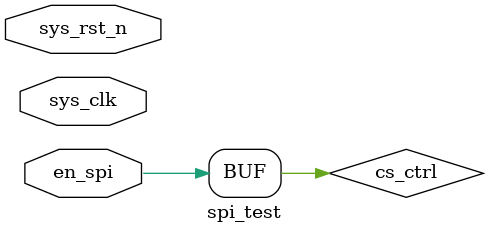
<source format=v>
module spi_test(
    input  wire                     sys_clk         ,   //? ÏµÍ³Ê±ÖÓ
    input  wire                     sys_rst_n       ,   //? ÏµÍ³¸´Î»£¬µÍÓÐÐ§

    input  wire                     en_spi    
);

//**************************************// ²ÎÊýÁÐÐ´         //**********************************//


//**************************************// ÐÅºÅÉùÃ÷         //**********************************//
wire                cs;
wire                sclk;
wire                mosi;
wire                miso;

wire                wr_ack;
wire                re_ack;

wire    [7 : 0]     master_rx;
wire    [7 : 0]     slave_rx;

wire                cs_ctrl;
assign              cs_ctrl = en_spi;

//**************************************// Ö÷³ÌÐò¶Î         //**********************************//



//**************************************// ×ÓÄ£¿éµ÷ÓÃ       //**********************************//
spi_master#(
	.CPOL           (1'b1)					    ,			// Ê±ÖÓ¼«ÐÔ¿ØÖÆ
	.CPHA           (1'b1)									// Ê±ÖÓÏàÎ»¿ØÖÆ
)
ins_spi_master
(	
	.sys_clk		(sys_clk)                   ,     	    // Ê±ÖÓÐÅºÅ
	.sys_rst_n		(sys_rst_n)                 ,   		// ¸´Î»ÐÅºÅ

	.cs				(cs)                        ,           // Æ¬Ñ¡ÐÅºÅ
	.sclk			(sclk)                      ,        	// Ê±ÖÓÐÅºÅÊä³ö
	.mosi			(mosi)                      ,        	// Ö÷Éè±¸Êä³ö´ÓÉè±¸ÊäÈëÊý¾ÝÏß
	.miso			(miso)                      ,        	// Ö÷Éè±¸ÊäÈë´ÓÉè±¸Êä³öÊý¾ÝÏß

	.cs_ctrl		(cs_ctrl)                   ,     	    // Æ¬Ñ¡¿ØÖÆÐÅºÅ cs = cs_ctrl
	.clk_div_val	(50 - 1)                    ,           // Ê±ÖÓ·ÖÆµÖµ 1M

	.wr_req			(en_spi)                    ,      	    // Ð´ÇëÇóÐÅºÅ
	.wr_ack			(wr_ack)                    ,      	    // Ð´Ó¦´ðÐÅºÅ

	.data_tx		(master_rx + 8'b1)          ,           // ÊäÈëÊý¾Ý
	.data_rx 		(master_rx)                             // Êä³öÊý¾Ý
);

spi_slave#(
	.CPOL           (1'b1)					    ,			// Ê±ÖÓ¼«ÐÔ¿ØÖÆ
	.CPHA           (1'b1)								    // Ê±ÖÓÏàÎ»¿ØÖÆ
)
ins_spi_slave
(	
	.sys_clk		(sys_clk)                   ,     	    // Ê±ÖÓÐÅºÅ
	.sys_rst_n		(sys_rst_n)                 ,   	    // ¸´Î»ÐÅºÅ
                           
	.cs				(cs)                        ,           // Æ¬Ñ¡ÐÅºÅ
	.sclk			(sclk)                      ,           // Ê±ÖÓÐÅºÅÊä³ö
	.mosi			(mosi)                      ,           // Ö÷Éè±¸Êä³ö´ÓÉè±¸ÊäÈëÊý¾ÝÏß
	.miso			(miso)                      ,           // Ö÷Éè±¸ÊäÈë´ÓÉè±¸Êä³öÊý¾ÝÏß
                            
	.re_ack			(re_ack)                    ,      	    // ¶ÁÓ¦´ðÐÅºÅ
                             
	.data_tx		(slave_rx + 8'd2)           ,           // ÊäÈëÊý¾Ý
	.data_rx 		(slave_rx)                              // Êä³öÊý¾Ý
);  
//**************************************// Ä£¿é½áÊø         //**********************************//
endmodule

</source>
